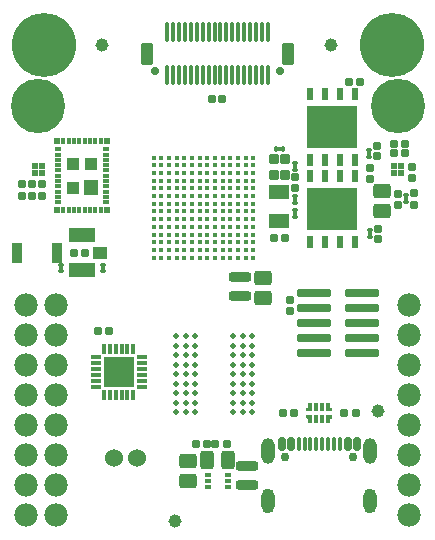
<source format=gts>
G04*
G04 #@! TF.GenerationSoftware,Altium Limited,Altium Designer,21.7.2 (23)*
G04*
G04 Layer_Color=8388736*
%FSLAX25Y25*%
%MOIN*%
G70*
G04*
G04 #@! TF.SameCoordinates,6C021EAB-9281-4005-87E3-4CD7810296B7*
G04*
G04*
G04 #@! TF.FilePolarity,Negative*
G04*
G01*
G75*
%ADD28R,0.01969X0.03937*%
G04:AMPARAMS|DCode=37|XSize=23.62mil|YSize=45.28mil|CornerRadius=5.91mil|HoleSize=0mil|Usage=FLASHONLY|Rotation=0.000|XOffset=0mil|YOffset=0mil|HoleType=Round|Shape=RoundedRectangle|*
%AMROUNDEDRECTD37*
21,1,0.02362,0.03347,0,0,0.0*
21,1,0.01181,0.04528,0,0,0.0*
1,1,0.01181,0.00591,-0.01673*
1,1,0.01181,-0.00591,-0.01673*
1,1,0.01181,-0.00591,0.01673*
1,1,0.01181,0.00591,0.01673*
%
%ADD37ROUNDEDRECTD37*%
G04:AMPARAMS|DCode=38|XSize=11.81mil|YSize=45.28mil|CornerRadius=2.95mil|HoleSize=0mil|Usage=FLASHONLY|Rotation=0.000|XOffset=0mil|YOffset=0mil|HoleType=Round|Shape=RoundedRectangle|*
%AMROUNDEDRECTD38*
21,1,0.01181,0.03937,0,0,0.0*
21,1,0.00591,0.04528,0,0,0.0*
1,1,0.00591,0.00295,-0.01968*
1,1,0.00591,-0.00295,-0.01968*
1,1,0.00591,-0.00295,0.01968*
1,1,0.00591,0.00295,0.01968*
%
%ADD38ROUNDEDRECTD38*%
%ADD57R,0.01800X0.01500*%
%ADD58R,0.01500X0.01800*%
%ADD59R,0.06699X0.04731*%
G04:AMPARAMS|DCode=60|XSize=33.47mil|YSize=31.5mil|CornerRadius=4.72mil|HoleSize=0mil|Usage=FLASHONLY|Rotation=270.000|XOffset=0mil|YOffset=0mil|HoleType=Round|Shape=RoundedRectangle|*
%AMROUNDEDRECTD60*
21,1,0.03347,0.02205,0,0,270.0*
21,1,0.02402,0.03150,0,0,270.0*
1,1,0.00945,-0.01102,-0.01201*
1,1,0.00945,-0.01102,0.01201*
1,1,0.00945,0.01102,0.01201*
1,1,0.00945,0.01102,-0.01201*
%
%ADD60ROUNDEDRECTD60*%
%ADD61R,0.01384X0.02369*%
%ADD62R,0.02369X0.01384*%
%ADD63R,0.01876X0.02369*%
%ADD64R,0.04337X0.04337*%
%ADD65R,0.02337X0.01581*%
%ADD66R,0.02172X0.03943*%
%ADD67R,0.16542X0.14180*%
%ADD68R,0.03746X0.01581*%
%ADD69R,0.01581X0.03746*%
%ADD70R,0.10439X0.10439*%
%ADD71R,0.01975X0.01975*%
G04:AMPARAMS|DCode=72|XSize=31.56mil|YSize=74.87mil|CornerRadius=8.89mil|HoleSize=0mil|Usage=FLASHONLY|Rotation=90.000|XOffset=0mil|YOffset=0mil|HoleType=Round|Shape=RoundedRectangle|*
%AMROUNDEDRECTD72*
21,1,0.03156,0.05709,0,0,90.0*
21,1,0.01378,0.07487,0,0,90.0*
1,1,0.01778,0.02854,0.00689*
1,1,0.01778,0.02854,-0.00689*
1,1,0.01778,-0.02854,-0.00689*
1,1,0.01778,-0.02854,0.00689*
%
%ADD72ROUNDEDRECTD72*%
%ADD73R,0.01187X0.02762*%
G04:AMPARAMS|DCode=74|XSize=15.81mil|YSize=66.99mil|CornerRadius=4.95mil|HoleSize=0mil|Usage=FLASHONLY|Rotation=180.000|XOffset=0mil|YOffset=0mil|HoleType=Round|Shape=RoundedRectangle|*
%AMROUNDEDRECTD74*
21,1,0.01581,0.05709,0,0,180.0*
21,1,0.00591,0.06699,0,0,180.0*
1,1,0.00991,-0.00295,0.02854*
1,1,0.00991,0.00295,0.02854*
1,1,0.00991,0.00295,-0.02854*
1,1,0.00991,-0.00295,-0.02854*
%
%ADD74ROUNDEDRECTD74*%
G04:AMPARAMS|DCode=75|XSize=39.43mil|YSize=74.87mil|CornerRadius=7.31mil|HoleSize=0mil|Usage=FLASHONLY|Rotation=180.000|XOffset=0mil|YOffset=0mil|HoleType=Round|Shape=RoundedRectangle|*
%AMROUNDEDRECTD75*
21,1,0.03943,0.06024,0,0,180.0*
21,1,0.02480,0.07487,0,0,180.0*
1,1,0.01463,-0.01240,0.03012*
1,1,0.01463,0.01240,0.03012*
1,1,0.01463,0.01240,-0.03012*
1,1,0.01463,-0.01240,-0.03012*
%
%ADD75ROUNDEDRECTD75*%
G04:AMPARAMS|DCode=76|XSize=29.59mil|YSize=112.66mil|CornerRadius=8.4mil|HoleSize=0mil|Usage=FLASHONLY|Rotation=270.000|XOffset=0mil|YOffset=0mil|HoleType=Round|Shape=RoundedRectangle|*
%AMROUNDEDRECTD76*
21,1,0.02959,0.09586,0,0,270.0*
21,1,0.01280,0.11266,0,0,270.0*
1,1,0.01680,-0.04793,-0.00640*
1,1,0.01680,-0.04793,0.00640*
1,1,0.01680,0.04793,0.00640*
1,1,0.01680,0.04793,-0.00640*
%
%ADD76ROUNDEDRECTD76*%
G04:AMPARAMS|DCode=77|XSize=15.94mil|YSize=18.94mil|CornerRadius=4.97mil|HoleSize=0mil|Usage=FLASHONLY|Rotation=270.000|XOffset=0mil|YOffset=0mil|HoleType=Round|Shape=RoundedRectangle|*
%AMROUNDEDRECTD77*
21,1,0.01594,0.00900,0,0,270.0*
21,1,0.00600,0.01894,0,0,270.0*
1,1,0.00994,-0.00450,-0.00300*
1,1,0.00994,-0.00450,0.00300*
1,1,0.00994,0.00450,0.00300*
1,1,0.00994,0.00450,-0.00300*
%
%ADD77ROUNDEDRECTD77*%
G04:AMPARAMS|DCode=78|XSize=20.14mil|YSize=20.14mil|CornerRadius=10.07mil|HoleSize=0mil|Usage=FLASHONLY|Rotation=0.000|XOffset=0mil|YOffset=0mil|HoleType=Round|Shape=RoundedRectangle|*
%AMROUNDEDRECTD78*
21,1,0.02014,0.00000,0,0,0.0*
21,1,0.00000,0.02014,0,0,0.0*
1,1,0.02014,0.00000,0.00000*
1,1,0.02014,0.00000,0.00000*
1,1,0.02014,0.00000,0.00000*
1,1,0.02014,0.00000,0.00000*
%
%ADD78ROUNDEDRECTD78*%
G04:AMPARAMS|DCode=79|XSize=15.42mil|YSize=15.42mil|CornerRadius=7.71mil|HoleSize=0mil|Usage=FLASHONLY|Rotation=90.000|XOffset=0mil|YOffset=0mil|HoleType=Round|Shape=RoundedRectangle|*
%AMROUNDEDRECTD79*
21,1,0.01542,0.00000,0,0,90.0*
21,1,0.00000,0.01542,0,0,90.0*
1,1,0.01542,0.00000,0.00000*
1,1,0.01542,0.00000,0.00000*
1,1,0.01542,0.00000,0.00000*
1,1,0.01542,0.00000,0.00000*
%
%ADD79ROUNDEDRECTD79*%
%ADD80R,0.03550X0.06699*%
%ADD81R,0.09061X0.04534*%
%ADD82R,0.04534X0.04337*%
G04:AMPARAMS|DCode=83|XSize=47.7mil|YSize=61.87mil|CornerRadius=11.83mil|HoleSize=0mil|Usage=FLASHONLY|Rotation=90.000|XOffset=0mil|YOffset=0mil|HoleType=Round|Shape=RoundedRectangle|*
%AMROUNDEDRECTD83*
21,1,0.04770,0.03821,0,0,90.0*
21,1,0.02404,0.06187,0,0,90.0*
1,1,0.02366,0.01910,0.01202*
1,1,0.02366,0.01910,-0.01202*
1,1,0.02366,-0.01910,-0.01202*
1,1,0.02366,-0.01910,0.01202*
%
%ADD83ROUNDEDRECTD83*%
G04:AMPARAMS|DCode=84|XSize=25.59mil|YSize=26.77mil|CornerRadius=7.49mil|HoleSize=0mil|Usage=FLASHONLY|Rotation=0.000|XOffset=0mil|YOffset=0mil|HoleType=Round|Shape=RoundedRectangle|*
%AMROUNDEDRECTD84*
21,1,0.02559,0.01179,0,0,0.0*
21,1,0.01061,0.02677,0,0,0.0*
1,1,0.01498,0.00531,-0.00590*
1,1,0.01498,-0.00531,-0.00590*
1,1,0.01498,-0.00531,0.00590*
1,1,0.01498,0.00531,0.00590*
%
%ADD84ROUNDEDRECTD84*%
G04:AMPARAMS|DCode=85|XSize=28.74mil|YSize=26.77mil|CornerRadius=7.91mil|HoleSize=0mil|Usage=FLASHONLY|Rotation=270.000|XOffset=0mil|YOffset=0mil|HoleType=Round|Shape=RoundedRectangle|*
%AMROUNDEDRECTD85*
21,1,0.02874,0.01096,0,0,270.0*
21,1,0.01293,0.02677,0,0,270.0*
1,1,0.01581,-0.00548,-0.00647*
1,1,0.01581,-0.00548,0.00647*
1,1,0.01581,0.00548,0.00647*
1,1,0.01581,0.00548,-0.00647*
%
%ADD85ROUNDEDRECTD85*%
G04:AMPARAMS|DCode=86|XSize=25.59mil|YSize=26.77mil|CornerRadius=7.49mil|HoleSize=0mil|Usage=FLASHONLY|Rotation=270.000|XOffset=0mil|YOffset=0mil|HoleType=Round|Shape=RoundedRectangle|*
%AMROUNDEDRECTD86*
21,1,0.02559,0.01179,0,0,270.0*
21,1,0.01061,0.02677,0,0,270.0*
1,1,0.01498,-0.00590,-0.00531*
1,1,0.01498,-0.00590,0.00531*
1,1,0.01498,0.00590,0.00531*
1,1,0.01498,0.00590,-0.00531*
%
%ADD86ROUNDEDRECTD86*%
G04:AMPARAMS|DCode=87|XSize=43.37mil|YSize=43.37mil|CornerRadius=21.69mil|HoleSize=0mil|Usage=FLASHONLY|Rotation=0.000|XOffset=0mil|YOffset=0mil|HoleType=Round|Shape=RoundedRectangle|*
%AMROUNDEDRECTD87*
21,1,0.04337,0.00000,0,0,0.0*
21,1,0.00000,0.04337,0,0,0.0*
1,1,0.04337,0.00000,0.00000*
1,1,0.04337,0.00000,0.00000*
1,1,0.04337,0.00000,0.00000*
1,1,0.04337,0.00000,0.00000*
%
%ADD87ROUNDEDRECTD87*%
G04:AMPARAMS|DCode=88|XSize=28.74mil|YSize=26.77mil|CornerRadius=7.91mil|HoleSize=0mil|Usage=FLASHONLY|Rotation=0.000|XOffset=0mil|YOffset=0mil|HoleType=Round|Shape=RoundedRectangle|*
%AMROUNDEDRECTD88*
21,1,0.02874,0.01096,0,0,0.0*
21,1,0.01293,0.02677,0,0,0.0*
1,1,0.01581,0.00647,-0.00548*
1,1,0.01581,-0.00647,-0.00548*
1,1,0.01581,-0.00647,0.00548*
1,1,0.01581,0.00647,0.00548*
%
%ADD88ROUNDEDRECTD88*%
G04:AMPARAMS|DCode=89|XSize=15.94mil|YSize=18.94mil|CornerRadius=4.97mil|HoleSize=0mil|Usage=FLASHONLY|Rotation=180.000|XOffset=0mil|YOffset=0mil|HoleType=Round|Shape=RoundedRectangle|*
%AMROUNDEDRECTD89*
21,1,0.01594,0.00900,0,0,180.0*
21,1,0.00600,0.01894,0,0,180.0*
1,1,0.00994,-0.00300,0.00450*
1,1,0.00994,0.00300,0.00450*
1,1,0.00994,0.00300,-0.00450*
1,1,0.00994,-0.00300,-0.00450*
%
%ADD89ROUNDEDRECTD89*%
G04:AMPARAMS|DCode=90|XSize=47.7mil|YSize=61.87mil|CornerRadius=11.83mil|HoleSize=0mil|Usage=FLASHONLY|Rotation=0.000|XOffset=0mil|YOffset=0mil|HoleType=Round|Shape=RoundedRectangle|*
%AMROUNDEDRECTD90*
21,1,0.04770,0.03821,0,0,0.0*
21,1,0.02404,0.06187,0,0,0.0*
1,1,0.02366,0.01202,-0.01910*
1,1,0.02366,-0.01202,-0.01910*
1,1,0.02366,-0.01202,0.01910*
1,1,0.02366,0.01202,0.01910*
%
%ADD90ROUNDEDRECTD90*%
%ADD91C,0.06000*%
%ADD92O,0.04337X0.08274*%
%ADD93O,0.04534X0.08668*%
%ADD94C,0.02959*%
%ADD95C,0.02762*%
%ADD96C,0.18110*%
%ADD97C,0.07800*%
%ADD98C,0.21378*%
G36*
X30121Y112987D02*
X25400D01*
Y117719D01*
X30121D01*
Y112987D01*
D02*
G37*
G36*
X108110Y41930D02*
X108148Y41919D01*
X108183Y41900D01*
X108213Y41875D01*
X108238Y41844D01*
X108256Y41810D01*
X108268Y41772D01*
X108272Y41733D01*
Y40945D01*
X108268Y40906D01*
X108256Y40868D01*
X108238Y40834D01*
X108213Y40803D01*
X108183Y40778D01*
X108148Y40760D01*
X108110Y40748D01*
X108071Y40744D01*
X106496D01*
X106457Y40748D01*
X106419Y40760D01*
X106384Y40778D01*
X106354Y40803D01*
X106329Y40834D01*
X106310Y40868D01*
X106299Y40906D01*
X106295Y40945D01*
Y41733D01*
X106299Y41772D01*
X106310Y41810D01*
X106329Y41844D01*
X106354Y41875D01*
X106384Y41900D01*
X106419Y41919D01*
X106457Y41930D01*
X106496Y41934D01*
X108071D01*
X108110Y41930D01*
D02*
G37*
G36*
X101417D02*
X101455Y41919D01*
X101490Y41900D01*
X101520Y41875D01*
X101545Y41844D01*
X101564Y41810D01*
X101575Y41772D01*
X101579Y41733D01*
Y40945D01*
X101575Y40906D01*
X101564Y40868D01*
X101545Y40834D01*
X101520Y40803D01*
X101490Y40778D01*
X101455Y40760D01*
X101417Y40748D01*
X101378Y40744D01*
X99803D01*
X99764Y40748D01*
X99726Y40760D01*
X99691Y40778D01*
X99661Y40803D01*
X99636Y40834D01*
X99617Y40868D01*
X99606Y40906D01*
X99602Y40945D01*
Y41733D01*
X99606Y41772D01*
X99617Y41810D01*
X99636Y41844D01*
X99661Y41875D01*
X99691Y41900D01*
X99726Y41919D01*
X99764Y41930D01*
X99803Y41934D01*
X101378D01*
X101417Y41930D01*
D02*
G37*
G36*
X108110Y39566D02*
X108148Y39554D01*
X108183Y39536D01*
X108213Y39511D01*
X108238Y39480D01*
X108256Y39445D01*
X108268Y39408D01*
X108272Y39369D01*
Y38581D01*
X108268Y38542D01*
X108256Y38504D01*
X108238Y38469D01*
X108213Y38439D01*
X108183Y38414D01*
X108148Y38396D01*
X108110Y38384D01*
X108071Y38380D01*
X106496D01*
X106457Y38384D01*
X106419Y38396D01*
X106384Y38414D01*
X106354Y38439D01*
X106329Y38469D01*
X106310Y38504D01*
X106299Y38542D01*
X106295Y38581D01*
Y39369D01*
X106299Y39408D01*
X106310Y39445D01*
X106329Y39480D01*
X106354Y39511D01*
X106384Y39536D01*
X106419Y39554D01*
X106457Y39566D01*
X106496Y39570D01*
X108071D01*
X108110Y39566D01*
D02*
G37*
G36*
X101417D02*
X101455Y39554D01*
X101490Y39536D01*
X101520Y39511D01*
X101545Y39480D01*
X101564Y39445D01*
X101575Y39408D01*
X101579Y39369D01*
Y38581D01*
X101575Y38542D01*
X101564Y38504D01*
X101545Y38469D01*
X101520Y38439D01*
X101490Y38414D01*
X101455Y38396D01*
X101417Y38384D01*
X101378Y38380D01*
X99803D01*
X99764Y38384D01*
X99726Y38396D01*
X99691Y38414D01*
X99661Y38439D01*
X99636Y38469D01*
X99617Y38504D01*
X99606Y38542D01*
X99602Y38581D01*
Y39369D01*
X99606Y39408D01*
X99617Y39445D01*
X99636Y39480D01*
X99661Y39511D01*
X99691Y39536D01*
X99726Y39554D01*
X99764Y39566D01*
X99803Y39570D01*
X101378D01*
X101417Y39566D01*
D02*
G37*
D28*
X26772Y115354D02*
D03*
D37*
X91339Y29744D02*
D03*
X116535D02*
D03*
X94488D02*
D03*
X113386D02*
D03*
D38*
X104921D02*
D03*
X102953D02*
D03*
X106890D02*
D03*
X108858D02*
D03*
X110827D02*
D03*
X100984D02*
D03*
X99016D02*
D03*
X97047D02*
D03*
D57*
X31886Y88530D02*
D03*
X17717Y88533D02*
D03*
X95768Y106824D02*
D03*
X120472Y126839D02*
D03*
X120752Y100055D02*
D03*
X132776Y111664D02*
D03*
X95669Y122492D02*
D03*
X95768Y111368D02*
D03*
D58*
X90699Y128051D02*
D03*
D59*
X90551Y113976D02*
D03*
Y104134D02*
D03*
D60*
X88681Y125000D02*
D03*
X92618Y119685D02*
D03*
X88681D02*
D03*
X92618Y125000D02*
D03*
D61*
X18602Y130807D02*
D03*
X22146D02*
D03*
X31004D02*
D03*
X29232D02*
D03*
X27460D02*
D03*
X25689D02*
D03*
X23917D02*
D03*
X18602Y107775D02*
D03*
X22146D02*
D03*
X31004D02*
D03*
X27460D02*
D03*
X25689D02*
D03*
X20374D02*
D03*
X23917D02*
D03*
X20374Y130807D02*
D03*
X29232Y107775D02*
D03*
D62*
X32775Y112204D02*
D03*
Y113976D02*
D03*
Y117519D02*
D03*
Y128149D02*
D03*
Y126378D02*
D03*
Y124606D02*
D03*
Y122834D02*
D03*
Y121063D02*
D03*
Y119291D02*
D03*
X16831Y112204D02*
D03*
Y113976D02*
D03*
Y117519D02*
D03*
Y128149D02*
D03*
Y126378D02*
D03*
Y124606D02*
D03*
Y122834D02*
D03*
Y121063D02*
D03*
Y119291D02*
D03*
Y110433D02*
D03*
Y115748D02*
D03*
X32775Y110433D02*
D03*
Y115748D02*
D03*
D63*
X16584Y107775D02*
D03*
Y130807D02*
D03*
X33022Y107775D02*
D03*
Y130807D02*
D03*
D64*
X21850Y115354D02*
D03*
Y123228D02*
D03*
X27756D02*
D03*
D65*
X73362Y19489D02*
D03*
Y17520D02*
D03*
Y15551D02*
D03*
X66796D02*
D03*
Y19489D02*
D03*
Y17520D02*
D03*
D66*
X115768Y119268D02*
D03*
X110768D02*
D03*
X105768D02*
D03*
X100768Y97268D02*
D03*
X105768D02*
D03*
X110768D02*
D03*
X115768D02*
D03*
X100768Y119268D02*
D03*
X115768Y146433D02*
D03*
X110768D02*
D03*
X105768D02*
D03*
X100768Y124434D02*
D03*
X105768D02*
D03*
X110768D02*
D03*
X115768D02*
D03*
X100768Y146433D02*
D03*
D67*
X108268Y108268D02*
D03*
Y135433D02*
D03*
D68*
X29331Y58858D02*
D03*
Y56890D02*
D03*
Y54921D02*
D03*
Y52953D02*
D03*
Y50984D02*
D03*
Y49016D02*
D03*
X44685D02*
D03*
Y50984D02*
D03*
Y52953D02*
D03*
Y54921D02*
D03*
Y56890D02*
D03*
Y58858D02*
D03*
D69*
X32087Y46260D02*
D03*
X34055D02*
D03*
X36024D02*
D03*
X37992D02*
D03*
X39961D02*
D03*
X41929D02*
D03*
Y61614D02*
D03*
X39961D02*
D03*
X37992D02*
D03*
X34055D02*
D03*
X32087D02*
D03*
X36024D02*
D03*
D70*
X37008Y53937D02*
D03*
D71*
X11417Y122441D02*
D03*
Y120079D02*
D03*
X9055D02*
D03*
Y122441D02*
D03*
X128740Y120079D02*
D03*
Y122441D02*
D03*
X131102D02*
D03*
Y120079D02*
D03*
D72*
X79823Y22638D02*
D03*
Y16339D02*
D03*
X77559Y79232D02*
D03*
Y85532D02*
D03*
D73*
X100984Y42126D02*
D03*
X102953D02*
D03*
X104921D02*
D03*
X106890D02*
D03*
Y38188D02*
D03*
X104921D02*
D03*
X102953D02*
D03*
X100984D02*
D03*
D74*
X86732Y152913D02*
D03*
Y167087D02*
D03*
X84764Y152913D02*
D03*
Y167087D02*
D03*
X82795Y152913D02*
D03*
Y167087D02*
D03*
X80827Y152913D02*
D03*
Y167087D02*
D03*
X78858Y152913D02*
D03*
Y167087D02*
D03*
X76890Y152913D02*
D03*
Y167087D02*
D03*
X74921Y152913D02*
D03*
Y167087D02*
D03*
X72953Y152913D02*
D03*
Y167087D02*
D03*
X70984Y152913D02*
D03*
Y167087D02*
D03*
X69016Y152913D02*
D03*
Y167087D02*
D03*
X67047Y152913D02*
D03*
Y167087D02*
D03*
X65079Y152913D02*
D03*
Y167087D02*
D03*
X63110Y152913D02*
D03*
Y167087D02*
D03*
X61142Y152913D02*
D03*
Y167087D02*
D03*
X59173Y152913D02*
D03*
Y167087D02*
D03*
X57205Y152913D02*
D03*
Y167087D02*
D03*
X55236Y152913D02*
D03*
Y167087D02*
D03*
X53268Y152913D02*
D03*
Y167087D02*
D03*
D75*
X93622Y160000D02*
D03*
X46378D02*
D03*
D76*
X118189Y70079D02*
D03*
Y75079D02*
D03*
Y80079D02*
D03*
Y65079D02*
D03*
Y60079D02*
D03*
X102283Y70079D02*
D03*
Y75079D02*
D03*
Y80079D02*
D03*
Y65079D02*
D03*
Y60079D02*
D03*
D77*
X31886Y89680D02*
D03*
Y87480D02*
D03*
X17717Y87483D02*
D03*
Y89683D02*
D03*
X95768Y105674D02*
D03*
Y107874D02*
D03*
X120472Y125689D02*
D03*
Y127889D02*
D03*
X120752Y98905D02*
D03*
Y101105D02*
D03*
X132776Y110514D02*
D03*
Y112714D02*
D03*
X95669Y123541D02*
D03*
Y121341D02*
D03*
X95768Y110317D02*
D03*
Y112517D02*
D03*
D78*
X81496Y40552D02*
D03*
X78347D02*
D03*
X75197D02*
D03*
X62599D02*
D03*
X59449D02*
D03*
X81496Y43701D02*
D03*
X78347D02*
D03*
X75197D02*
D03*
X62599D02*
D03*
X59449D02*
D03*
X56300D02*
D03*
X81496Y46851D02*
D03*
X78347D02*
D03*
X75197D02*
D03*
X62599D02*
D03*
X59449D02*
D03*
X56300D02*
D03*
X81496Y50000D02*
D03*
X78347D02*
D03*
X75197D02*
D03*
X62599D02*
D03*
X59449D02*
D03*
X56300D02*
D03*
X81496Y53150D02*
D03*
X78347D02*
D03*
X75197D02*
D03*
X59449D02*
D03*
X56300D02*
D03*
X81496Y56300D02*
D03*
X78347D02*
D03*
X62599D02*
D03*
X59449D02*
D03*
X56300D02*
D03*
X81496Y59449D02*
D03*
X78347D02*
D03*
X75197D02*
D03*
X59449D02*
D03*
X56300D02*
D03*
X81496Y62599D02*
D03*
X78347D02*
D03*
X62599D02*
D03*
X59449D02*
D03*
X56300D02*
D03*
X81496Y65748D02*
D03*
X78347D02*
D03*
X75197D02*
D03*
X59449D02*
D03*
X56300Y40552D02*
D03*
X62599Y53150D02*
D03*
Y59449D02*
D03*
X56300Y65748D02*
D03*
X62599D02*
D03*
X75197Y56300D02*
D03*
Y62599D02*
D03*
D79*
X81988Y122736D02*
D03*
Y120177D02*
D03*
Y117618D02*
D03*
Y115059D02*
D03*
Y112500D02*
D03*
Y109941D02*
D03*
Y107381D02*
D03*
Y104822D02*
D03*
Y102263D02*
D03*
Y99704D02*
D03*
Y97145D02*
D03*
Y94586D02*
D03*
X79429Y125295D02*
D03*
Y122736D02*
D03*
Y120177D02*
D03*
Y117618D02*
D03*
Y115059D02*
D03*
Y112500D02*
D03*
Y107381D02*
D03*
Y104822D02*
D03*
Y99704D02*
D03*
Y97145D02*
D03*
X76870Y125295D02*
D03*
Y122736D02*
D03*
Y120177D02*
D03*
Y117618D02*
D03*
Y115059D02*
D03*
Y112500D02*
D03*
Y109941D02*
D03*
Y107381D02*
D03*
Y104822D02*
D03*
Y102263D02*
D03*
Y99704D02*
D03*
Y97145D02*
D03*
Y94586D02*
D03*
Y92027D02*
D03*
X74311Y125295D02*
D03*
Y122736D02*
D03*
Y120177D02*
D03*
Y117618D02*
D03*
Y115059D02*
D03*
Y109941D02*
D03*
Y107381D02*
D03*
Y104822D02*
D03*
Y102263D02*
D03*
Y99704D02*
D03*
Y97145D02*
D03*
Y94586D02*
D03*
Y92027D02*
D03*
X71752Y125295D02*
D03*
Y120177D02*
D03*
Y117618D02*
D03*
Y115059D02*
D03*
Y109941D02*
D03*
Y107381D02*
D03*
Y102263D02*
D03*
Y99704D02*
D03*
Y97145D02*
D03*
Y92027D02*
D03*
X69193Y125295D02*
D03*
Y122736D02*
D03*
Y120177D02*
D03*
Y117618D02*
D03*
Y115059D02*
D03*
Y112500D02*
D03*
Y104822D02*
D03*
Y102263D02*
D03*
Y99704D02*
D03*
Y97145D02*
D03*
Y94586D02*
D03*
Y92027D02*
D03*
X66634Y125295D02*
D03*
Y122736D02*
D03*
Y120177D02*
D03*
Y117618D02*
D03*
Y115059D02*
D03*
Y112500D02*
D03*
Y104822D02*
D03*
Y102263D02*
D03*
Y99704D02*
D03*
Y97145D02*
D03*
Y94586D02*
D03*
Y92027D02*
D03*
X64074Y125295D02*
D03*
Y122736D02*
D03*
Y120177D02*
D03*
Y117618D02*
D03*
Y115059D02*
D03*
Y112500D02*
D03*
Y104822D02*
D03*
Y102263D02*
D03*
Y99704D02*
D03*
Y97145D02*
D03*
Y94586D02*
D03*
Y92027D02*
D03*
X61515Y125295D02*
D03*
Y122736D02*
D03*
Y120177D02*
D03*
Y117618D02*
D03*
Y115059D02*
D03*
Y112500D02*
D03*
Y109941D02*
D03*
Y107381D02*
D03*
Y104822D02*
D03*
Y102263D02*
D03*
Y99704D02*
D03*
Y97145D02*
D03*
Y94586D02*
D03*
Y92027D02*
D03*
X58956Y125295D02*
D03*
Y120177D02*
D03*
Y117618D02*
D03*
Y115059D02*
D03*
Y112500D02*
D03*
Y109941D02*
D03*
Y107381D02*
D03*
Y104822D02*
D03*
Y102263D02*
D03*
Y99704D02*
D03*
Y97145D02*
D03*
Y92027D02*
D03*
X56397Y125295D02*
D03*
Y122736D02*
D03*
Y120177D02*
D03*
Y117618D02*
D03*
Y115059D02*
D03*
Y112500D02*
D03*
Y109941D02*
D03*
Y107381D02*
D03*
Y104822D02*
D03*
Y102263D02*
D03*
Y99704D02*
D03*
Y97145D02*
D03*
Y94586D02*
D03*
Y92027D02*
D03*
X53838Y125295D02*
D03*
Y122736D02*
D03*
Y120177D02*
D03*
Y117618D02*
D03*
Y115059D02*
D03*
Y112500D02*
D03*
Y109941D02*
D03*
Y107381D02*
D03*
Y104822D02*
D03*
Y102263D02*
D03*
Y99704D02*
D03*
Y97145D02*
D03*
Y94586D02*
D03*
Y92027D02*
D03*
X51279Y125295D02*
D03*
Y122736D02*
D03*
Y120177D02*
D03*
Y117618D02*
D03*
Y112500D02*
D03*
Y109941D02*
D03*
Y107381D02*
D03*
Y104822D02*
D03*
Y99704D02*
D03*
Y97145D02*
D03*
Y94586D02*
D03*
Y92027D02*
D03*
X48720Y122736D02*
D03*
Y120177D02*
D03*
Y117618D02*
D03*
Y115059D02*
D03*
Y112500D02*
D03*
Y109941D02*
D03*
Y107381D02*
D03*
Y104822D02*
D03*
Y102263D02*
D03*
Y99704D02*
D03*
Y97145D02*
D03*
Y94586D02*
D03*
Y92027D02*
D03*
X58956Y94586D02*
D03*
X51279Y102263D02*
D03*
X48720Y125295D02*
D03*
X51279Y115059D02*
D03*
X58956Y122736D02*
D03*
X71752Y94586D02*
D03*
X79429Y92027D02*
D03*
Y94586D02*
D03*
X81988Y92027D02*
D03*
X64074Y107381D02*
D03*
X66634D02*
D03*
X64074Y109941D02*
D03*
X66634D02*
D03*
X71752Y104822D02*
D03*
X79429Y102263D02*
D03*
X69193Y107381D02*
D03*
Y109941D02*
D03*
X79429D02*
D03*
X71752Y112500D02*
D03*
Y122736D02*
D03*
X74311Y112500D02*
D03*
X81988Y125295D02*
D03*
D80*
X16536Y93701D02*
D03*
X3150D02*
D03*
D81*
X24803Y99508D02*
D03*
Y87894D02*
D03*
D82*
X30807Y93701D02*
D03*
D83*
X124803Y114075D02*
D03*
Y107382D02*
D03*
X85039Y85138D02*
D03*
Y78445D02*
D03*
X60236Y17421D02*
D03*
Y24114D02*
D03*
D84*
X25886Y93701D02*
D03*
X22146D02*
D03*
X95571Y40157D02*
D03*
X91831D02*
D03*
X112303D02*
D03*
X116043D02*
D03*
X113878Y150393D02*
D03*
X117618D02*
D03*
X30118Y67618D02*
D03*
X33858D02*
D03*
X88681Y98425D02*
D03*
X92421D02*
D03*
X132480Y126870D02*
D03*
X128740D02*
D03*
X73032Y29921D02*
D03*
X69291D02*
D03*
X66437D02*
D03*
X62697D02*
D03*
X128740Y129823D02*
D03*
X132480D02*
D03*
D85*
X123031Y125945D02*
D03*
Y129370D02*
D03*
X123327Y98287D02*
D03*
Y101713D02*
D03*
X130217Y109705D02*
D03*
Y113130D02*
D03*
D86*
X120866Y118209D02*
D03*
Y121949D02*
D03*
X4921Y116437D02*
D03*
Y112697D02*
D03*
X8169Y116437D02*
D03*
Y112697D02*
D03*
X11417Y116437D02*
D03*
Y112697D02*
D03*
X135334Y109646D02*
D03*
Y113386D02*
D03*
X94094Y77854D02*
D03*
Y74114D02*
D03*
X95768Y115256D02*
D03*
Y118996D02*
D03*
X134744Y122343D02*
D03*
Y118602D02*
D03*
D87*
X55717Y4339D02*
D03*
X107874Y162992D02*
D03*
X31496D02*
D03*
X123622Y40945D02*
D03*
D88*
X71595Y144882D02*
D03*
X68169D02*
D03*
D89*
X91750Y128051D02*
D03*
X89550D02*
D03*
D90*
X73327Y24705D02*
D03*
X66634D02*
D03*
D91*
X35433Y25197D02*
D03*
X43307D02*
D03*
D92*
X86929Y11024D02*
D03*
X120945D02*
D03*
D93*
X86929Y27480D02*
D03*
X120945D02*
D03*
D94*
X115315Y25512D02*
D03*
X92559D02*
D03*
D95*
X90866Y154094D02*
D03*
X49134D02*
D03*
D96*
X130000Y142500D02*
D03*
X10000D02*
D03*
D97*
X16299Y76299D02*
D03*
Y66299D02*
D03*
Y56299D02*
D03*
Y46299D02*
D03*
Y36299D02*
D03*
Y26299D02*
D03*
Y16299D02*
D03*
Y6299D02*
D03*
X6299Y76299D02*
D03*
Y66299D02*
D03*
Y56299D02*
D03*
Y46299D02*
D03*
Y36299D02*
D03*
Y26299D02*
D03*
Y16299D02*
D03*
Y6299D02*
D03*
X133858Y76299D02*
D03*
Y66299D02*
D03*
Y56299D02*
D03*
Y46299D02*
D03*
Y36299D02*
D03*
Y26299D02*
D03*
Y16299D02*
D03*
Y6299D02*
D03*
D98*
X12000Y163000D02*
D03*
X128000D02*
D03*
M02*

</source>
